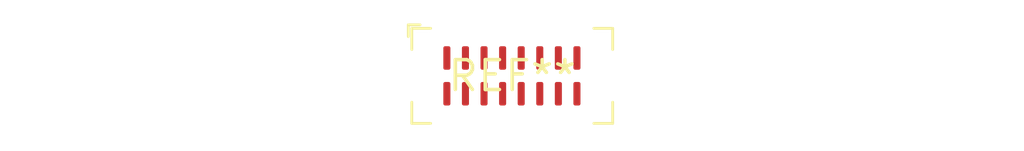
<source format=kicad_pcb>
(kicad_pcb (version 20240108) (generator pcbnew)
  (layers (0 "F.Cu" signal) (31 "B.Cu" signal) (34 "B.Paste" user) (35 "F.Paste" user) (36 "B.SilkS" user "B.Silkscreen") (37 "F.SilkS" user "F.Silkscreen") (38 "B.Mask" user) (39 "F.Mask" user) (44 "Edge.Cuts" user))
  (net 0 "")
  (footprint "USB_C_Receptacle_G-Switch_GT-USB-7051x" (layer "F.Cu") (at 0 0)
    (property "Reference" "REF**")
    (property "Value" "USB_C_Receptacle_G-Switch_GT-USB-7051x")
    (fp_line (start -4.42 -2.17) (end -4.42 -1.67) (layer "F.SilkS") (stroke (width 0.12)))
    (fp_line (start -4.42 -2.17) (end -3.92 -2.17) (layer "F.SilkS") (stroke (width 0.12)))
    (fp_line (start -4.27 -2.02) (end -4.27 -1.12) (layer "F.SilkS") (stroke (width 0.12)))
    (fp_line (start -4.27 -2.02) (end -3.47 -2.02) (layer "F.SilkS") (stroke (width 0.12)))
    (fp_line (start -4.27 2.02) (end -4.27 1.12) (layer "F.SilkS") (stroke (width 0.12)))
    (fp_line (start -4.27 2.02) (end -3.47 2.02) (layer "F.SilkS") (stroke (width 0.12)))
    (fp_line (start 4.27 -2.02) (end 3.47 -2.02) (layer "F.SilkS") (stroke (width 0.12)))
    (fp_line (start 4.27 -2.02) (end 4.27 -1.12) (layer "F.SilkS") (stroke (width 0.12)))
    (fp_line (start 4.27 2.02) (end 3.47 2.02) (layer "F.SilkS") (stroke (width 0.12)))
    (fp_line (start 4.27 2.02) (end 4.27 1.12) (layer "F.SilkS") (stroke (width 0.12)))
    (pad "" np_thru_hole circle (at -3.75 0) (size 0.66 0.66) (drill 0.66) (layers F&B.Cu *.Mask))
    (pad "" np_thru_hole oval (at 3.75 0) (size 1 0.58) (drill oval 1 0.58) (layers F&B.Cu *.Mask))
    (pad "A1" smd roundrect (at -2.78 -0.76) (size 0.3 1) (layers "F.Cu" "F.Paste" "F.Mask"))
    (pad "A4" smd roundrect (at -1.99 -0.76) (size 0.3 1) (layers "F.Cu" "F.Paste" "F.Mask"))
    (pad "A5" smd roundrect (at -1.2 -0.76) (size 0.3 1) (layers "F.Cu" "F.Paste" "F.Mask"))
    (pad "A6" smd roundrect (at -0.41 -0.76) (size 0.3 1) (layers "F.Cu" "F.Paste" "F.Mask"))
    (pad "A7" smd roundrect (at 0.38 -0.76) (size 0.3 1) (layers "F.Cu" "F.Paste" "F.Mask"))
    (pad "A8" smd roundrect (at 1.17 -0.76) (size 0.3 1) (layers "F.Cu" "F.Paste" "F.Mask"))
    (pad "A9" smd roundrect (at 1.96 -0.76) (size 0.3 1) (layers "F.Cu" "F.Paste" "F.Mask"))
    (pad "A12" smd roundrect (at 2.75 -0.76) (size 0.3 1) (layers "F.Cu" "F.Paste" "F.Mask"))
    (pad "B1" smd roundrect (at 2.75 0.76) (size 0.3 1) (layers "F.Cu" "F.Paste" "F.Mask"))
    (pad "B4" smd roundrect (at 1.96 0.76) (size 0.3 1) (layers "F.Cu" "F.Paste" "F.Mask"))
    (pad "B5" smd roundrect (at 1.17 0.76) (size 0.3 1) (layers "F.Cu" "F.Paste" "F.Mask"))
    (pad "B6" smd roundrect (at 0.38 0.76) (size 0.3 1) (layers "F.Cu" "F.Paste" "F.Mask"))
    (pad "B7" smd roundrect (at -0.41 0.76) (size 0.3 1) (layers "F.Cu" "F.Paste" "F.Mask"))
    (pad "B8" smd roundrect (at -1.2 0.76) (size 0.3 1) (layers "F.Cu" "F.Paste" "F.Mask"))
    (pad "B9" smd roundrect (at -1.99 0.76) (size 0.3 1) (layers "F.Cu" "F.Paste" "F.Mask"))
    (pad "B12" smd roundrect (at -2.78 0.76) (size 0.3 1) (layers "F.Cu" "F.Paste" "F.Mask"))
    (pad "S1" thru_hole circle (at -2.4 -2.15) (size 1.1 1.1) (drill 0.7) (layers *.Cu *.Mask "F.Paste") (remove_unused_layers))
    (pad "S1" thru_hole circle (at -2.4 2.15) (size 1.1 1.1) (drill 0.7) (layers *.Cu *.Mask "F.Paste") (remove_unused_layers))
    (pad "S1" thru_hole circle (at 2.4 -2.15) (size 1.1 1.1) (drill 0.7) (layers *.Cu *.Mask "F.Paste") (remove_unused_layers))
    (pad "S1" thru_hole circle (at 2.4 2.15) (size 1.1 1.1) (drill 0.7) (layers *.Cu *.Mask "F.Paste") (remove_unused_layers))
  )
)
</source>
